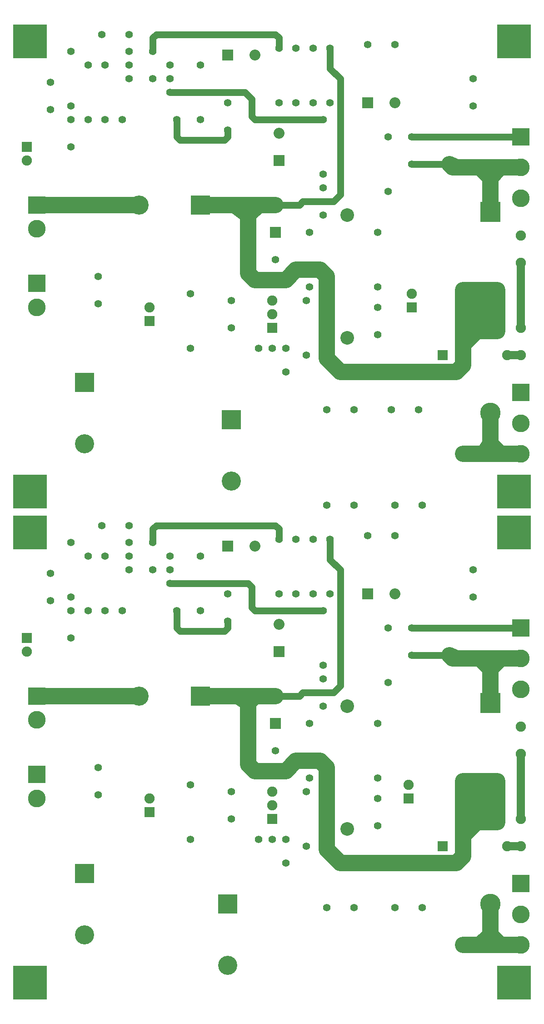
<source format=gtl>
G04*
G04 Format:               Gerber RS-274X*
G04 Layer:                TopCopper*
G04 This File Name:       5 T-Amp - Stereo.gtl*
G04 Source File Name:     5 T-Amp - Stereo.pcb*
G04 Unique ID:            ade3dfdf-7e2b-446b-93ed-1f2b3b6aaaa2*
G04 Generated Date:       Sunday, 16 June 2024 12:46:47*
G04*
G04 Created Using:        Robot Room Copper Connection v2.7.5443*
G04 Software Contact:     http://www.robotroom.com/CopperConnection/Support.aspx*
G04 License Number:       1685*
G04 Student Edition:      true*
G04*
G04 Zero Suppression:     Leading*
G04 Number Precision:     2.4*
G04*
%FSLAX24Y24*%
%MOIN*%
%LNTopCopper*%
%ADD10C,.05*%
%ADD11C,.056*%
%ADD12C,.06*%
%ADD13C,.075*%
%ADD14C,.08*%
%ADD15C,.1*%
%ADD16C,.12*%
%ADD17C,.13*%
%ADD18C,.14*%
%ADD19C,.15*%
%ADD20R,.006X.006*%
%ADD21R,.075X.075*%
%ADD22R,.08X.08*%
%ADD23R,.13X.13*%
%ADD24R,.14X.14*%
%ADD25R,.15X.15*%
%ADD26R,.25X.25*%
D10*
G01X37500Y63500D02*
X29500D01*
X19500Y71000D02*
X10750D01*
X10500Y70750D01*
Y69750D01*
X12250Y64750D02*
Y63500D01*
X12500Y63250D01*
X15750D01*
X16000Y64000D02*
Y63500D01*
X23000Y64750D02*
X18000D01*
X17750Y65000D01*
Y66250D01*
X17250Y66750D01*
X11750D01*
X19500Y58500D02*
X21250D01*
X29500Y61500D02*
X32250D01*
X21250Y58500D02*
X21500Y58750D01*
X23750D01*
X24250Y59250D01*
Y67750D01*
X23500Y68500D01*
Y70000D01*
X16000Y28000D02*
Y27500D01*
X37500D02*
X29500D01*
X19750Y70000D02*
Y70750D01*
X19500Y35000D02*
X10750D01*
X10500Y34750D01*
Y33750D01*
X12250Y28750D02*
Y27500D01*
X12500Y27250D01*
X15750D01*
X23000Y28750D02*
X18000D01*
X17750Y29000D01*
Y30500D01*
X17500Y30750D01*
X11750D01*
X19500Y22500D02*
X21250D01*
X29500Y25500D02*
X32250D01*
X21250Y22500D02*
X21500Y22750D01*
X23750D01*
X24250Y23250D01*
Y31750D01*
X23500Y32500D01*
Y34000D01*
X19750D02*
Y34750D01*
X19500Y35000D01*
X19750Y70750D02*
X19500Y71000D01*
X16000Y27500D02*
X15750Y27250D01*
X16000Y63500D02*
X15750Y63250D01*
D11*
X18250Y48000D03*
X5750Y64750D03*
Y68750D03*
X7000D03*
Y64750D03*
X22250Y66000D03*
Y70000D03*
X23500Y66000D03*
Y70000D03*
X21000D03*
Y66000D03*
X27750Y63500D03*
Y59500D03*
X27000Y56500D03*
Y52500D03*
X21750Y51500D03*
Y47500D03*
X20250Y46250D03*
X24250D03*
X19750Y70000D03*
Y66000D03*
X23000Y64750D03*
Y60750D03*
X4500Y69750D03*
Y65750D03*
X14000Y68750D03*
Y64750D03*
X8250D03*
X12250D03*
X4500D03*
Y62750D03*
X3000Y65500D03*
Y67500D03*
X10500Y67750D03*
Y69750D03*
X29500Y63500D03*
Y61500D03*
X27000Y51000D03*
Y49000D03*
X19500Y54500D03*
X17500D03*
X23000Y57750D03*
Y59750D03*
X16000Y64000D03*
Y66000D03*
X8750Y71000D03*
X6750D03*
X6500Y53250D03*
Y51250D03*
X22000Y56500D03*
Y52500D03*
X25250Y36500D03*
X23250D03*
X19250Y48000D03*
X20250D03*
X8750Y67750D03*
Y68750D03*
Y69750D03*
X11750Y66750D03*
Y67750D03*
Y68750D03*
X30250Y36500D03*
X16250Y51500D03*
Y49500D03*
X25250Y43500D03*
X23250D03*
X30000D03*
X28000D03*
X34000Y67750D03*
Y65750D03*
X28250Y70250D03*
X26250D03*
X28250Y36500D03*
X13250Y52000D03*
Y48000D03*
X18250Y12000D03*
X19250D03*
X20250D03*
X5750Y28750D03*
Y32750D03*
X7000D03*
Y28750D03*
X22250Y30000D03*
Y34000D03*
X23500Y30000D03*
Y34000D03*
X21000D03*
Y30000D03*
X27750Y27500D03*
Y23500D03*
X27000Y20500D03*
Y16500D03*
X21750Y15500D03*
Y11500D03*
X20250Y10250D03*
X24250D03*
X19750Y34000D03*
Y30000D03*
X23000Y28750D03*
Y24750D03*
X4500Y33750D03*
Y29750D03*
X14000Y32750D03*
Y28750D03*
X8250D03*
X12250D03*
X4500D03*
Y26750D03*
X3000Y29500D03*
Y31500D03*
X10500Y31750D03*
Y33750D03*
X29500Y27500D03*
Y25500D03*
X27000Y15000D03*
Y13000D03*
X19500Y18500D03*
X17500D03*
X23000Y21750D03*
Y23750D03*
X16000Y28000D03*
Y30000D03*
X8750Y35000D03*
X6750D03*
X6500Y17250D03*
Y15250D03*
X22000Y20500D03*
Y16500D03*
X8750Y31750D03*
Y32750D03*
Y33750D03*
X11750Y30750D03*
Y31750D03*
Y32750D03*
X16250Y15500D03*
Y13500D03*
X25250Y7000D03*
X23250D03*
X30250D03*
X28250D03*
X34000Y31750D03*
Y29750D03*
X28250Y34250D03*
X26250D03*
X13250Y16000D03*
Y12000D03*
D12*
X37500Y47500D02*
X36500D01*
X37500Y11500D02*
X36500D01*
X37500Y54250D02*
Y49500D01*
Y18250D02*
Y13500D01*
D13*
X19250Y50500D03*
Y51500D03*
X37500Y56250D03*
X1250Y61750D03*
X29500Y52000D03*
X37500Y54250D03*
Y20250D03*
Y49500D03*
X10250Y51000D03*
X19250Y14500D03*
Y15500D03*
X1250Y25750D03*
X36500Y47500D03*
X37500D03*
Y18250D03*
Y13500D03*
X29250Y16000D03*
X10250Y15000D03*
X37500Y11500D03*
X36500D03*
D14*
X18000Y69500D03*
X19500Y58500D03*
X28250Y66000D03*
X19750Y63750D03*
X18000Y33500D03*
X19500Y22500D03*
X28250Y30000D03*
X19750Y27750D03*
D15*
X33250Y49250D03*
Y40250D03*
Y61250D03*
Y52250D03*
X24750Y48750D03*
Y57750D03*
X33250Y13250D03*
Y4250D03*
Y25250D03*
Y16250D03*
X24750Y12750D03*
Y21750D03*
D16*
X2000Y58500D02*
X9500D01*
X32750Y61250D02*
X32250Y61500D01*
X24250Y46250D02*
X23250Y47250D01*
Y53250D01*
X22750Y53750D01*
X18000Y53000D02*
X17500Y53500D01*
Y54500D01*
X32750Y61250D02*
X33250D01*
X18000Y53000D02*
X20250D01*
X21000Y53750D01*
X22750D01*
X32500Y61250D02*
X32750D01*
X32500D02*
X32250Y61500D01*
X17500Y54500D02*
Y58500D01*
Y57750D02*
X18250Y58500D01*
X17500D02*
X19500D01*
X14000D01*
X17500Y57750D02*
X16500Y58500D01*
X35250Y58000D02*
Y61250D01*
X34500D02*
X35250Y60500D01*
Y61250D02*
X37500D01*
X33250D01*
X35250Y60500D02*
X36000Y61250D01*
X33250Y52250D02*
Y49250D01*
X34250D02*
X33250Y48250D01*
Y40250D02*
X37500D01*
X35750Y49250D02*
Y52250D01*
X35250Y43250D02*
Y40250D01*
X35750Y52250D02*
X33250D01*
X35250Y41000D02*
X34750Y40250D01*
X33250Y52250D02*
Y52000D01*
X35750D01*
Y51750D01*
X2000Y22500D02*
X9500D01*
X32750Y25250D02*
X32250Y25500D01*
X24250Y10250D02*
X23250Y11250D01*
Y17250D01*
X22750Y17750D01*
X18000Y17000D02*
X17500Y17500D01*
Y18500D01*
X32750Y25250D02*
X33250D01*
X35250Y41000D02*
X36000Y40250D01*
X35750Y51750D02*
X33250D01*
X18000Y17000D02*
X20250D01*
X21000Y17750D01*
X22750D01*
X32500Y25250D02*
X32750D01*
X32500D02*
X32250Y25500D01*
X33250Y51750D02*
Y51250D01*
X17500Y18500D02*
Y22500D01*
X33250Y51250D02*
X35750D01*
Y50750D01*
X17500Y22000D02*
X18000Y22500D01*
X35750Y50750D02*
X33250D01*
X17500Y22500D02*
X19500D01*
X33250Y50750D02*
Y50250D01*
Y25250D02*
X37500D01*
X33250Y50250D02*
X35750D01*
Y50000D01*
X19500Y22500D02*
X14000D01*
X35750Y50000D02*
X33250D01*
X17500Y22000D02*
X16750Y22500D01*
X33250Y50000D02*
Y49750D01*
X35250Y22000D02*
Y25250D01*
X33250Y49750D02*
X35750D01*
Y49250D01*
Y25000D02*
X35250Y24500D01*
X35750Y49250D02*
X33250D01*
Y46750D01*
X35250Y24500D02*
X34500Y25250D01*
X33250Y46750D02*
X32750Y46250D01*
X24250D01*
Y10250D02*
X32750D01*
X33250Y10750D01*
Y13250D01*
X34250D02*
X33250Y12250D01*
X35750Y16250D02*
Y13250D01*
X33250D02*
Y16250D01*
X35750Y13250D02*
X33250D01*
Y13750D02*
X35750D01*
Y14250D01*
X33250Y4250D02*
X37500D01*
X35750Y14250D02*
X33250D01*
X34500Y4250D02*
X35250Y5000D01*
X33250Y14250D02*
Y14750D01*
X35750D01*
Y15250D01*
X35250Y5000D02*
X36000Y4250D01*
X35750Y15250D02*
X33250D01*
Y15500D01*
X35750D01*
X36000Y4250D02*
X35250D01*
X35750Y15500D02*
Y15750D01*
X33250D01*
Y16250D01*
X35250Y4250D02*
Y7250D01*
X33250Y16250D02*
X35750D01*
D17*
X2000Y56750D03*
X37500Y42500D03*
Y40250D03*
Y61250D03*
Y59000D03*
X2000Y51000D03*
X37500Y6500D03*
Y4250D03*
X2000Y20750D03*
Y15000D03*
X37500Y25250D03*
Y23000D03*
D18*
X5500Y41000D03*
X16250Y38250D03*
X5500Y5000D03*
X16000Y2750D03*
X9500Y22500D03*
Y58500D03*
D19*
X35250Y7250D03*
Y15500D03*
Y51500D03*
Y43250D03*
D21*
X19250Y49500D03*
X1250Y62750D03*
X29500Y51000D03*
X10250Y50000D03*
X19250Y13500D03*
X1250Y26750D03*
X31750Y47500D03*
X29250Y15000D03*
X10250Y14000D03*
X31750Y11500D03*
D22*
X16000Y69500D03*
X19500Y56500D03*
X26250Y66000D03*
X19750Y61750D03*
X16000Y33500D03*
X19500Y20500D03*
X26250Y30000D03*
X19750Y25750D03*
D23*
X37500Y44750D03*
X2000Y58500D03*
Y52750D03*
X37500Y63500D03*
Y8750D03*
X2000Y22500D03*
Y16750D03*
X37500Y27500D03*
D24*
X5500Y45500D03*
X16250Y42750D03*
X14000Y58500D03*
X5500Y9500D03*
X16000Y7250D03*
X14000Y22500D03*
D25*
X35250Y13750D03*
Y22000D03*
Y58000D03*
Y49750D03*
D26*
X37000Y70500D03*
X1500D03*
X37000Y37500D03*
X1500D03*
X37000Y34500D03*
X1500D03*
X37000Y1500D03*
X1500D03*
M02*

</source>
